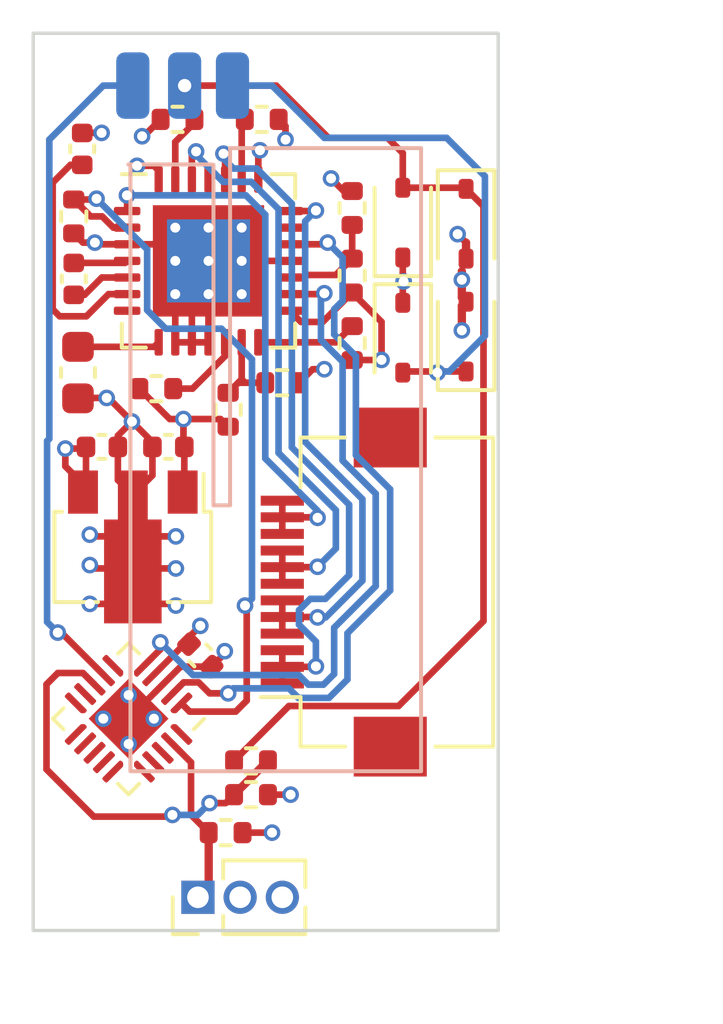
<source format=kicad_pcb>
(kicad_pcb (version 20221018) (generator pcbnew)
  (layers (0 "F.Cu" signal) (1 "In1.Cu" signal) (2 "In2.Cu" signal) (31 "B.Cu" signal) (34 "B.Paste" user) (35 "F.Paste" user) (36 "B.SilkS" user "B.Silkscreen") (37 "F.SilkS" user "F.Silkscreen") (38 "B.Mask" user) (39 "F.Mask" user) (44 "Edge.Cuts" user))
  (net 0 "")
  (net 1 "GND")
  (net 2 "VCC")
  (net 3 "+5V")
  (net 4 "/SIG")
  (net 5 "/attiny/UPDI")
  (net 6 "/A")
  (net 7 "/B")
  (net 8 "/C")
  (net 9 "/D")
  (net 10 "Net-(U401-CP2)")
  (net 11 "Net-(U401-CP1)")
  (net 12 "Net-(U401-Vreg)")
  (net 13 "Net-(U401-VCP)")
  (net 14 "/a4988/~{ENABLE}")
  (net 15 "Net-(U401-~{SLEEP})")
  (net 16 "Net-(U401-~{RESET})")
  (net 17 "Net-(U401-SENSE1)")
  (net 18 "Net-(U401-SENSE2)")
  (net 19 "Net-(U401-ROSC)")
  (net 32 "/a4988/STEP")
  (net 33 "Net-(U401-REF)")
  (net 34 "/a4988/DIR")
  (net 38 "/DCC_A")
  (net 39 "/DCC_B")
  (net 40 "/DCC/DCC_TTL")
  (footprint "Diode_SMD:D_SOD-323" (layer "F.Cu") (at 63.627 44.162 -90)
    (fp_text reference "D303" hide)
    (fp_text value "1N4148WS")
    (pad "1" smd roundrect (at -1.05 0 270) (size 0.6 0.45) (layers "F.Cu" "F.Paste" "F.Mask") (net 2 "VCC"))
    (pad "2" smd roundrect (at 1.05 0 270) (size 0.6 0.45) (layers "F.Cu" "F.Paste" "F.Mask") (net 39 "/DCC_B"))
  )
  (footprint "MountingHole:MountingHole_2.2mm_M2" (layer "F.Cu") (at 54.865 60.198)
    (fp_text reference "REF**" hide)
    (fp_text value "MountingHole_2.2mm_M2")
    (pad "" np_thru_hole circle (at 0 0) (size 2.2 2.2) (drill 2.2) (layers "F&B.Cu" "*.Mask"))
  )
  (footprint "Resistor_SMD:R_0402_1005Metric" (layer "F.Cu") (at 62.103 42.291 90)
    (fp_text reference "R403" hide)
    (fp_text value "R_Small")
    (pad "1" smd roundrect (at -0.51 0 90) (size 0.54 0.64) (layers "F.Cu" "F.Paste" "F.Mask") (net 3 "+5V"))
    (pad "2" smd roundrect (at 0.51 0 90) (size 0.54 0.64) (layers "F.Cu" "F.Paste" "F.Mask") (net 33 "Net-(U401-REF)"))
  )
  (footprint "Resistor_SMD:R_0402_1005Metric" (layer "F.Cu") (at 59.38 37.592)
    (fp_text reference "R406" hide)
    (fp_text value "1R")
    (pad "1" smd roundrect (at -0.51 0) (size 0.54 0.64) (layers "F.Cu" "F.Paste" "F.Mask") (net 17 "Net-(U401-SENSE1)"))
    (pad "2" smd roundrect (at 0.51 0) (size 0.54 0.64) (layers "F.Cu" "F.Paste" "F.Mask") (net 1 "GND"))
  )
  (footprint "custom_kicad_lib_sk:a4988" (layer "F.Cu") (at 57.777 41.8505)
    (fp_text reference "U401" hide)
    (fp_text value "~")
    (pad "1" smd roundrect (at -2.45 -1.5) (size 0.8 0.25) (layers "F.Cu" "F.Paste" "F.Mask") (net 9 "/D"))
    (pad "2" smd roundrect (at -2.45 -1) (size 0.8 0.25) (layers "F.Cu" "F.Paste" "F.Mask") (net 14 "/a4988/~{ENABLE}"))
    (pad "3" smd roundrect (at -2.45 -0.5) (size 0.8 0.25) (layers "F.Cu" "F.Paste" "F.Mask") (net 1 "GND"))
    (pad "4" smd roundrect (at -2.45 0) (size 0.8 0.25) (layers "F.Cu" "F.Paste" "F.Mask") (net 11 "Net-(U401-CP1)"))
    (pad "5" smd roundrect (at -2.45 0.5) (size 0.8 0.25) (layers "F.Cu" "F.Paste" "F.Mask") (net 10 "Net-(U401-CP2)"))
    (pad "6" smd roundrect (at -2.45 1) (size 0.8 0.25) (layers "F.Cu" "F.Paste" "F.Mask") (net 13 "Net-(U401-VCP)"))
    (pad "7" smd roundrect (at -2.45 1.5) (size 0.8 0.25) (layers "F.Cu" "F.Paste" "F.Mask"))
    (pad "8" smd roundrect (at -1.5 2.45) (size 0.25 0.8) (layers "F.Cu" "F.Paste" "F.Mask") (net 12 "Net-(U401-Vreg)"))
    (pad "9" smd roundrect (at -1 2.45) (size 0.25 0.8) (layers "F.Cu" "F.Paste" "F.Mask") (net 1 "GND"))
    (pad "10" smd roundrect (at -0.5 2.45) (size 0.25 0.8) (layers "F.Cu" "F.Paste" "F.Mask") (net 1 "GND"))
    (pad "11" smd roundrect (at 0 2.45) (size 0.25 0.8) (layers "F.Cu" "F.Paste" "F.Mask") (net 1 "GND"))
    (pad "12" smd roundrect (at 0.5 2.45) (size 0.25 0.8) (layers "F.Cu" "F.Paste" "F.Mask") (net 16 "Net-(U401-~{RESET})"))
    (pad "13" smd roundrect (at 1 2.45) (size 0.25 0.8) (layers "F.Cu" "F.Paste" "F.Mask") (net 19 "Net-(U401-ROSC)"))
    (pad "14" smd roundrect (at 1.5 2.45) (size 0.25 0.8) (layers "F.Cu" "F.Paste" "F.Mask") (net 15 "Net-(U401-~{SLEEP})"))
    (pad "15" smd roundrect (at 2.45 1.5) (size 0.8 0.25) (layers "F.Cu" "F.Paste" "F.Mask") (net 3 "+5V"))
    (pad "16" smd roundrect (at 2.45 1) (size 0.8 0.25) (layers "F.Cu" "F.Paste" "F.Mask") (net 32 "/a4988/STEP"))
    (pad "17" smd roundrect (at 2.45 0.5) (size 0.8 0.25) (layers "F.Cu" "F.Paste" "F.Mask") (net 33 "Net-(U401-REF)"))
    (pad "18" smd roundrect (at 2.45 0) (size 0.8 0.25) (layers "F.Cu" "F.Paste" "F.Mask") (net 1 "GND"))
    (pad "19" smd roundrect (at 2.45 -0.5) (size 0.8 0.25) (layers "F.Cu" "F.Paste" "F.Mask") (net 34 "/a4988/DIR"))
    (pad "20" smd roundrect (at 2.45 -1) (size 0.8 0.25) (layers "F.Cu" "F.Paste" "F.Mask"))
    (pad "21" smd roundrect (at 2.45 -1.5) (size 0.8 0.25) (layers "F.Cu" "F.Paste" "F.Mask") (net 7 "/B"))
    (pad "22" smd roundrect (at 1.5 -2.45) (size 0.25 0.8) (layers "F.Cu" "F.Paste" "F.Mask") (net 2 "VCC"))
    (pad "23" smd roundrect (at 1 -2.45) (size 0.25 0.8) (layers "F.Cu" "F.Paste" "F.Mask") (net 17 "Net-(U401-SENSE1)"))
    (pad "24" smd roundrect (at 0.5 -2.45) (size 0.25 0.8) (layers "F.Cu" "F.Paste" "F.Mask") (net 6 "/A"))
    (pad "25" smd roundrect (at 0 -2.45) (size 0.25 0.8) (layers "F.Cu" "F.Paste" "F.Mask"))
    (pad "26" smd roundrect (at -0.5 -2.45) (size 0.25 0.8) (layers "F.Cu" "F.Paste" "F.Mask") (net 8 "/C"))
    (pad "27" smd roundrect (at -1 -2.45) (size 0.25 0.8) (layers "F.Cu" "F.Paste" "F.Mask") (net 18 "Net-(U401-SENSE2)"))
    (pad "28" smd roundrect (at -1.5 -2.45) (size 0.25 0.8) (layers "F.Cu" "F.Paste" "F.Mask") (net 2 "VCC"))
    (pad "29" thru_hole circle (at -1 -1) (size 0.5 0.5) (drill 0.3) (layers "*.Cu") (net 1 "GND"))
    (pad "29" thru_hole circle (at -1 0) (size 0.5 0.5) (drill 0.3) (layers "*.Cu") (net 1 "GND"))
    (pad "29" thru_hole circle (at -1 1) (size 0.5 0.5) (drill 0.3) (layers "*.Cu") (net 1 "GND"))
    (pad "29" thru_hole circle (at 0 -1) (size 0.5 0.5) (drill 0.3) (layers "*.Cu") (net 1 "GND"))
    (pad "29" thru_hole circle (at 0 0) (size 0.5 0.5) (drill 0.3) (layers "*.Cu") (net 1 "GND"))
    (pad "29" smd rect (at 0 0) (size 2.5 2.5) (layers "B.Cu") (net 1 "GND"))
    (pad "29" smd rect (at 0 0) (size 3.35 3.35) (layers "F.Cu" "F.Mask") (net 1 "GND"))
    (pad "29" thru_hole circle (at 0 1) (size 0.5 0.5) (drill 0.3) (layers "*.Cu") (net 1 "GND"))
    (pad "29" thru_hole circle (at 1 -1) (size 0.5 0.5) (drill 0.3) (layers "*.Cu") (net 1 "GND"))
    (pad "29" thru_hole circle (at 1 0) (size 0.5 0.5) (drill 0.3) (layers "*.Cu") (net 1 "GND"))
    (pad "29" thru_hole circle (at 1 1) (size 0.5 0.5) (drill 0.3) (layers "*.Cu") (net 1 "GND"))
  )
  (footprint "Resistor_SMD:R_0402_1005Metric" (layer "F.Cu") (at 56.8452 37.592 180)
    (fp_text reference "R407" hide)
    (fp_text value "1R")
    (pad "1" smd roundrect (at -0.51 0 180) (size 0.54 0.64) (layers "F.Cu" "F.Paste" "F.Mask") (net 18 "Net-(U401-SENSE2)"))
    (pad "2" smd roundrect (at 0.51 0 180) (size 0.54 0.64) (layers "F.Cu" "F.Paste" "F.Mask") (net 1 "GND"))
  )
  (footprint "Capacitor_SMD:C_0603_1608Metric" (layer "F.Cu") (at 53.848 45.212 -90)
    (fp_text reference "C402" hide)
    (fp_text value "220nF")
    (pad "1" smd roundrect (at -0.775 0 270) (size 0.9 0.95) (layers "F.Cu" "F.Paste" "F.Mask") (net 12 "Net-(U401-Vreg)"))
    (pad "2" smd roundrect (at 0.775 0 270) (size 0.9 0.95) (layers "F.Cu" "F.Paste" "F.Mask") (net 1 "GND"))
  )
  (footprint "custom_kicad_lib_sk:VQFN-20-1EP_3x3mm_P0.4mm_EP1.7x1.7mm" (layer "F.Cu") (at 55.372 55.626 -135)
    (fp_text reference "U201" hide)
    (fp_text value "ATtiny1616-M")
    (pad "1" smd custom (at -1.45 -0.8 225) (size 0.143431 0.143431) (layers "F.Cu" "F.Paste" "F.Mask") (net 14 "/a4988/~{ENABLE}") (options (clearance outline) (anchor circle)) (primitives (gr_poly (pts (xy 0.35 0.000711) (xy 0.35 0.05) (xy -0.35 0.05) (xy -0.35 -0.05) (xy 0.299289 -0.05)) (width 0.1) (fill yes))))
    (pad "2" smd roundrect (at -1.45 -0.4 225) (size 0.8 0.2) (layers "F.Cu" "F.Paste" "F.Mask") (net 34 "/a4988/DIR"))
    (pad "3" smd roundrect (at -1.45 0 225) (size 0.8 0.2) (layers "F.Cu" "F.Paste" "F.Mask") (net 1 "GND"))
    (pad "4" smd roundrect (at -1.45 0.4 225) (size 0.8 0.2) (layers "F.Cu" "F.Paste" "F.Mask") (net 3 "+5V"))
    (pad "5" smd custom (at -1.45 0.8 225) (size 0.143431 0.143431) (layers "F.Cu" "F.Paste" "F.Mask") (net 32 "/a4988/STEP") (options (clearance outline) (anchor circle)) (primitives (gr_poly (pts (xy 0.35 -0.000711) (xy 0.299289 0.05) (xy -0.35 0.05) (xy -0.35 -0.05) (xy 0.35 -0.05)) (width 0.1) (fill yes))))
    (pad "6" smd custom (at -0.8 1.45 225) (size 0.143431 0.143431) (layers "F.Cu" "F.Paste" "F.Mask") (options (clearance outline) (anchor circle)) (primitives (gr_poly (pts (xy 0.05 0.35) (xy -0.05 0.35) (xy -0.05 -0.299289) (xy 0.000711 -0.35) (xy 0.05 -0.35)) (width 0.1) (fill yes))))
    (pad "7" smd roundrect (at -0.4 1.45 225) (size 0.2 0.8) (layers "F.Cu" "F.Paste" "F.Mask") (net 4 "/SIG"))
    (pad "8" smd roundrect (at 0 1.45 225) (size 0.2 0.8) (layers "F.Cu" "F.Paste" "F.Mask") (net 40 "/DCC/DCC_TTL"))
    (pad "9" smd roundrect (at 0.4 1.45 225) (size 0.2 0.8) (layers "F.Cu" "F.Paste" "F.Mask"))
    (pad "10" smd custom (at 0.8 1.45 225) (size 0.143431 0.143431) (layers "F.Cu" "F.Paste" "F.Mask") (options (clearance outline) (anchor circle)) (primitives (gr_poly (pts (xy 0.05 -0.299289) (xy 0.05 0.35) (xy -0.05 0.35) (xy -0.05 -0.35) (xy -0.000711 -0.35)) (width 0.1) (fill yes))))
    (pad "11" smd custom (at 1.45 0.8 225) (size 0.143431 0.143431) (layers "F.Cu" "F.Paste" "F.Mask") (options (clearance outline) (anchor circle)) (primitives (gr_poly (pts (xy 0.35 0.05) (xy -0.299289 0.05) (xy -0.35 -0.000711) (xy -0.35 -0.05) (xy 0.35 -0.05)) (width 0.1) (fill yes))))
    (pad "12" smd roundrect (at 1.45 0.4 225) (size 0.8 0.2) (layers "F.Cu" "F.Paste" "F.Mask"))
    (pad "13" smd roundrect (at 1.45 0 225) (size 0.8 0.2) (layers "F.Cu" "F.Paste" "F.Mask"))
    (pad "14" smd roundrect (at 1.45 -0.4 225) (size 0.8 0.2) (layers "F.Cu" "F.Paste" "F.Mask"))
    (pad "15" smd custom (at 1.45 -0.8 225) (size 0.143431 0.143431) (layers "F.Cu" "F.Paste" "F.Mask") (options (clearance outline) (anchor circle)) (primitives (gr_poly (pts (xy 0.35 0.05) (xy -0.35 0.05) (xy -0.35 0.000711) (xy -0.299289 -0.05) (xy 0.35 -0.05)) (width 0.1) (fill yes))))
    (pad "16" smd custom (at 0.8 -1.45 225) (size 0.143431 0.143431) (layers "F.Cu" "F.Paste" "F.Mask") (options (clearance outline) (anchor circle)) (primitives (gr_poly (pts (xy 0.05 0.299289) (xy -0.000711 0.35) (xy -0.05 0.35) (xy -0.05 -0.35) (xy 0.05 -0.35)) (width 0.1) (fill yes))))
    (pad "17" smd roundrect (at 0.4 -1.45 225) (size 0.2 0.8) (layers "F.Cu" "F.Paste" "F.Mask"))
    (pad "18" smd roundrect (at 0 -1.45 225) (size 0.2 0.8) (layers "F.Cu" "F.Paste" "F.Mask"))
    (pad "19" smd roundrect (at -0.4 -1.45 225) (size 0.2 0.8) (layers "F.Cu" "F.Paste" "F.Mask") (net 5 "/attiny/UPDI"))
    (pad "20" smd custom (at -0.8 -1.45 225) (size 0.143431 0.143431) (layers "F.Cu" "F.Paste" "F.Mask") (options (clearance outline) (anchor circle)) (primitives (gr_poly (pts (xy 0.05 0.35) (xy 0.000711 0.35) (xy -0.05 0.299289) (xy -0.05 -0.35) (xy 0.05 -0.35)) (width 0.1) (fill yes))))
    (pad "21" smd rect (at 0 0 225) (size 1.7 1.7) (layers "F.Cu" "F.Mask") (net 1 "GND"))
  )
  (footprint "Resistor_SMD:R_0402_1005Metric" (layer "F.Cu") (at 59.057 57.912)
    (fp_text reference "R302" hide)
    (fp_text value "10k")
    (pad "1" smd roundrect (at -0.51 0) (size 0.54 0.64) (layers "F.Cu" "F.Paste" "F.Mask") (net 40 "/DCC/DCC_TTL"))
    (pad "2" smd roundrect (at 0.51 0) (size 0.54 0.64) (layers "F.Cu" "F.Paste" "F.Mask") (net 1 "GND"))
  )
  (footprint "Connector_PinHeader_1.27mm:PinHeader_1x03_P1.27mm_Vertical" (layer "F.Cu") (at 57.46 61 90)
    (fp_text reference "J201" hide)
    (fp_text value "Conn_01x03_Pin")
    (pad "1" thru_hole rect (at 0 0 90) (size 1 1) (drill 0.65) (layers "*.Cu" "*.Mask") (net 5 "/attiny/UPDI"))
    (pad "2" thru_hole oval (at 0 1.27 90) (size 1 1) (drill 0.65) (layers "*.Cu" "*.Mask") (net 3 "+5V"))
    (pad "3" thru_hole oval (at 0 2.54 90) (size 1 1) (drill 0.65) (layers "*.Cu" "*.Mask") (net 1 "GND"))
  )
  (footprint "Resistor_SMD:R_0402_1005Metric" (layer "F.Cu") (at 58.293 59.055 180)
    (fp_text reference "R201" hide)
    (fp_text value "R")
    (pad "1" smd roundrect (at -0.51 0 180) (size 0.54 0.64) (layers "F.Cu" "F.Paste" "F.Mask") (net 3 "+5V"))
    (pad "2" smd roundrect (at 0.51 0 180) (size 0.54 0.64) (layers "F.Cu" "F.Paste" "F.Mask") (net 5 "/attiny/UPDI"))
  )
  (footprint "Capacitor_SMD:C_0402_1005Metric" (layer "F.Cu") (at 53.975 38.481 -90)
    (fp_text reference "C403" hide)
    (fp_text value "100nF")
    (pad "1" smd roundrect (at -0.48 0 270) (size 0.56 0.62) (layers "F.Cu" "F.Paste" "F.Mask") (net 2 "VCC"))
    (pad "2" smd roundrect (at 0.48 0 270) (size 0.56 0.62) (layers "F.Cu" "F.Paste" "F.Mask") (net 13 "Net-(U401-VCP)"))
  )
  (footprint "Capacitor_SMD:C_0402_1005Metric" (layer "F.Cu") (at 57.531 53.721 135)
    (fp_text reference "C201" hide)
    (fp_text value "100nF")
    (pad "1" smd roundrect (at -0.48 0 135) (size 0.56 0.62) (layers "F.Cu" "F.Paste" "F.Mask") (net 1 "GND"))
    (pad "2" smd roundrect (at 0.48 0 135) (size 0.56 0.62) (layers "F.Cu" "F.Paste" "F.Mask") (net 3 "+5V"))
  )
  (footprint "Resistor_SMD:R_0402_1005Metric" (layer "F.Cu") (at 56.205 45.694)
    (fp_text reference "R405" hide)
    (fp_text value "100k")
    (pad "1" smd roundrect (at -0.51 0) (size 0.54 0.64) (layers "F.Cu" "F.Paste" "F.Mask") (net 3 "+5V"))
    (pad "2" smd roundrect (at 0.51 0) (size 0.54 0.64) (layers "F.Cu" "F.Paste" "F.Mask") (net 16 "Net-(U401-~{RESET})"))
  )
  (footprint "Diode_SMD:D_SOD-323" (layer "F.Cu") (at 65.532 40.733 -90)
    (fp_text reference "D302" hide)
    (fp_text value "1N4148WS")
    (pad "1" smd roundrect (at -1.05 0 270) (size 0.6 0.45) (layers "F.Cu" "F.Paste" "F.Mask") (net 38 "/DCC_A"))
    (pad "2" smd roundrect (at 1.05 0 270) (size 0.6 0.45) (layers "F.Cu" "F.Paste" "F.Mask") (net 1 "GND"))
  )
  (footprint "Capacitor_SMD:C_0402_1005Metric" (layer "F.Cu") (at 53.721 42.392 90)
    (fp_text reference "C401" hide)
    (fp_text value "100nF")
    (pad "1" smd roundrect (at -0.48 0 90) (size 0.56 0.62) (layers "F.Cu" "F.Paste" "F.Mask") (net 10 "Net-(U401-CP2)"))
    (pad "2" smd roundrect (at 0.48 0 90) (size 0.56 0.62) (layers "F.Cu" "F.Paste" "F.Mask") (net 11 "Net-(U401-CP1)"))
  )
  (footprint "Connector_FFC-FPC:Hirose_FH12-12S-0.5SH_1x12-1MP_P0.50mm_Horizontal" (layer "F.Cu") (at 61.849 51.816 90)
    (fp_text reference "J108" hide)
    (fp_text value "FFC")
    (pad "1" smd rect (at -2.75 -1.85 90) (size 0.3 1.3) (layers "F.Cu" "F.Paste" "F.Mask") (net 6 "/A"))
    (pad "2" smd rect (at -2.25 -1.85 90) (size 0.3 1.3) (layers "F.Cu" "F.Paste" "F.Mask") (net 6 "/A"))
    (pad "3" smd rect (at -1.75 -1.85 90) (size 0.3 1.3) (layers "F.Cu" "F.Paste" "F.Mask") (net 6 "/A"))
    (pad "4" smd rect (at -1.25 -1.85 90) (size 0.3 1.3) (layers "F.Cu" "F.Paste" "F.Mask") (net 7 "/B"))
    (pad "5" smd rect (at -0.75 -1.85 90) (size 0.3 1.3) (layers "F.Cu" "F.Paste" "F.Mask") (net 7 "/B"))
    (pad "6" smd rect (at -0.25 -1.85 90) (size 0.3 1.3) (layers "F.Cu" "F.Paste" "F.Mask") (net 7 "/B"))
    (pad "7" smd rect (at 0.25 -1.85 90) (size 0.3 1.3) (layers "F.Cu" "F.Paste" "F.Mask") (net 8 "/C"))
    (pad "8" smd rect (at 0.75 -1.85 90) (size 0.3 1.3) (layers "F.Cu" "F.Paste" "F.Mask") (net 8 "/C"))
    (pad "9" smd rect (at 1.25 -1.85 90) (size 0.3 1.3) (layers "F.Cu" "F.Paste" "F.Mask") (net 8 "/C"))
    (pad "10" smd rect (at 1.75 -1.85 90) (size 0.3 1.3) (layers "F.Cu" "F.Paste" "F.Mask") (net 9 "/D"))
    (pad "11" smd rect (at 2.25 -1.85 90) (size 0.3 1.3) (layers "F.Cu" "F.Paste" "F.Mask") (net 9 "/D"))
    (pad "12" smd rect (at 2.75 -1.85 90) (size 0.3 1.3) (layers "F.Cu" "F.Paste" "F.Mask") (net 9 "/D"))
    (pad "MP" smd rect (at -4.65 1.4 90) (size 1.8 2.2) (layers "F.Cu" "F.Paste" "F.Mask"))
    (pad "MP" smd rect (at 4.65 1.4 90) (size 1.8 2.2) (layers "F.Cu" "F.Paste" "F.Mask"))
  )
  (footprint "Diode_SMD:D_SOD-323" (layer "F.Cu") (at 65.532 44.128 90)
    (fp_text reference "D304" hide)
    (fp_text value "1N4148WS")
    (pad "1" smd roundrect (at -1.05 0 90) (size 0.6 0.45) (layers "F.Cu" "F.Paste" "F.Mask") (net 39 "/DCC_B"))
    (pad "2" smd roundrect (at 1.05 0 90) (size 0.6 0.45) (layers "F.Cu" "F.Paste" "F.Mask") (net 1 "GND"))
  )
  (footprint "Resistor_SMD:R_0402_1005Metric" (layer "F.Cu") (at 59.9968 45.5168)
    (fp_text reference "R409" hide)
    (fp_text value "10k")
    (pad "1" smd roundrect (at -0.51 0) (size 0.54 0.64) (layers "F.Cu" "F.Paste" "F.Mask") (net 19 "Net-(U401-ROSC)"))
    (pad "2" smd roundrect (at 0.51 0) (size 0.54 0.64) (layers "F.Cu" "F.Paste" "F.Mask") (net 1 "GND"))
  )
  (footprint "Package_TO_SOT_SMD:SOT-89-3" (layer "F.Cu") (at 55.499 50.7575 -90)
    (fp_text reference "U301" hide)
    (fp_text value "L78L05_SOT89")
    (pad "1" smd rect (at -1.95 -1.5 270) (size 1.3 0.9) (layers "F.Cu" "F.Paste" "F.Mask") (net 3 "+5V"))
    (pad "2" smd custom (at -1.8625 0 270) (size 1.475 0.9) (layers "F.Cu" "F.Paste" "F.Mask") (net 1 "GND") (options (clearance outline) (anchor rect)) (primitives (gr_poly (pts (xy 3.8625 0.8665) (xy 0.7375 0.8665) (xy 0.7375 -0.8665) (xy 3.8625 -0.8665)) (width 0) (fill yes))))
    (pad "3" smd rect (at -1.95 1.5 270) (size 1.3 0.9) (layers "F.Cu" "F.Paste" "F.Mask") (net 2 "VCC"))
  )
  (footprint "Resistor_SMD:R_0402_1005Metric" (layer "F.Cu") (at 58.3692 46.3296 90)
    (fp_text reference "R408" hide)
    (fp_text value "R_Small")
    (pad "1" smd roundrect (at -0.51 0 90) (size 0.54 0.64) (layers "F.Cu" "F.Paste" "F.Mask") (net 3 "+5V"))
    (pad "2" smd roundrect (at 0.51 0 90) (size 0.54 0.64) (layers "F.Cu" "F.Paste" "F.Mask") (net 19 "Net-(U401-ROSC)"))
  )
  (footprint "MountingHole:MountingHole_2.2mm_M2" (layer "F.Cu") (at 62.865 60.198)
    (fp_text reference "REF**" hide)
    (fp_text value "MountingHole_2.2mm_M2")
    (pad "" np_thru_hole circle (at 0 0) (size 2.2 2.2) (drill 2.2) (layers "F&B.Cu" "*.Mask"))
  )
  (footprint "Capacitor_SMD:C_0402_1005Metric" (layer "F.Cu") (at 56.569 47.4475 180)
    (fp_text reference "C302" hide)
    (fp_text value "100nF")
    (pad "1" smd roundrect (at -0.48 0 180) (size 0.56 0.62) (layers "F.Cu" "F.Paste" "F.Mask") (net 3 "+5V"))
    (pad "2" smd roundrect (at 0.48 0 180) (size 0.56 0.62) (layers "F.Cu" "F.Paste" "F.Mask") (net 1 "GND"))
  )
  (footprint "MountingHole:MountingHole_2.2mm_M2" (layer "F.Cu") (at 62.365 36.698)
    (fp_text reference "REF**" hide)
    (fp_text value "MountingHole_2.2mm_M2")
    (pad "" np_thru_hole circle (at 0 0) (size 2.2 2.2) (drill 2.2) (layers "F&B.Cu" "*.Mask"))
  )
  (footprint "Resistor_SMD:R_0402_1005Metric" (layer "F.Cu") (at 59.057 56.896)
    (fp_text reference "R301" hide)
    (fp_text value "26k")
    (pad "1" smd roundrect (at -0.51 0) (size 0.54 0.64) (layers "F.Cu" "F.Paste" "F.Mask") (net 38 "/DCC_A"))
    (pad "2" smd roundrect (at 0.51 0) (size 0.54 0.64) (layers "F.Cu" "F.Paste" "F.Mask") (net 40 "/DCC/DCC_TTL"))
  )
  (footprint "Resistor_SMD:R_0402_1005Metric" (layer "F.Cu") (at 62.103 40.259 90)
    (fp_text reference "R404" hide)
    (fp_text value "R_Small")
    (pad "1" smd roundrect (at -0.51 0 90) (size 0.54 0.64) (layers "F.Cu" "F.Paste" "F.Mask") (net 33 "Net-(U401-REF)"))
    (pad "2" smd roundrect (at 0.51 0 90) (size 0.54 0.64) (layers "F.Cu" "F.Paste" "F.Mask") (net 1 "GND"))
  )
  (footprint "Diode_SMD:D_SOD-323" (layer "F.Cu") (at 63.627 40.699 90)
    (fp_text reference "D301" hide)
    (fp_text value "1N4148WS")
    (pad "1" smd roundrect (at -1.05 0 90) (size 0.6 0.45) (layers "F.Cu" "F.Paste" "F.Mask") (net 2 "VCC"))
    (pad "2" smd roundrect (at 1.05 0 90) (size 0.6 0.45) (layers "F.Cu" "F.Paste" "F.Mask") (net 38 "/DCC_A"))
  )
  (footprint "Capacitor_SMD:C_0402_1005Metric" (layer "F.Cu") (at 54.569 47.4475)
    (fp_text reference "C301" hide)
    (fp_text value "330nF")
    (pad "1" smd roundrect (at -0.48 0) (size 0.56 0.62) (layers "F.Cu" "F.Paste" "F.Mask") (net 2 "VCC"))
    (pad "2" smd roundrect (at 0.48 0) (size 0.56 0.62) (layers "F.Cu" "F.Paste" "F.Mask") (net 1 "GND"))
  )
  (footprint "Resistor_SMD:R_0402_1005Metric" (layer "F.Cu") (at 62.103 44.323 90)
    (fp_text reference "R402" hide)
    (fp_text value "100k")
    (pad "1" smd roundrect (at -0.51 0 90) (size 0.54 0.64) (layers "F.Cu" "F.Paste" "F.Mask") (net 3 "+5V"))
    (pad "2" smd roundrect (at 0.51 0 90) (size 0.54 0.64) (layers "F.Cu" "F.Paste" "F.Mask") (net 15 "Net-(U401-~{SLEEP})"))
  )
  (footprint "Resistor_SMD:R_0402_1005Metric" (layer "F.Cu") (at 53.721 40.513 -90)
    (fp_text reference "R401" hide)
    (fp_text value "100k")
    (pad "1" smd roundrect (at -0.51 0 270) (size 0.54 0.64) (layers "F.Cu" "F.Paste" "F.Mask") (net 14 "/a4988/~{ENABLE}"))
    (pad "2" smd roundrect (at 0.51 0 270) (size 0.54 0.64) (layers "F.Cu" "F.Paste" "F.Mask") (net 1 "GND"))
  )
  (footprint "Connector_Wire:SolderWirePad_1x01_SMD_1x2mm" (layer "B.Cu") (at 58.499 36.576)
    (fp_text reference "J103" hide)
    (fp_text value "Conn_01x01_Pin")
    (pad "1" smd roundrect (at 0 0) (size 1 2) (layers "B.Cu" "B.Paste" "B.Mask") (net 39 "/DCC_B"))
  )
  (footprint "Connector_Wire:SolderWirePad_1x01_SMD_1x2mm" (layer "B.Cu") (at 57.059 36.576)
    (fp_text reference "J102" hide)
    (fp_text value "Conn_01x01_Pin")
    (pad "1" smd roundrect (at 0 0) (size 1 2) (layers "B.Cu" "B.Paste" "B.Mask") (net 38 "/DCC_A"))
  )
  (footprint "Connector_Wire:SolderWirePad_1x01_SMD_1x2mm" (layer "B.Cu") (at 55.499 36.576)
    (fp_text reference "J101" hide)
    (fp_text value "Conn_01x01_Pin")
    (pad "1" smd roundrect (at 0 0) (size 1 2) (layers "B.Cu" "B.Paste" "B.Mask") (net 4 "/SIG"))
  )
  (gr_line (start 55.427 38.957) (end 55.427 57.207) (stroke (width 0.12)) (layer "B.SilkS"))
  (gr_line (start 57.865 38.948) (end 55.365 38.948) (stroke (width 0.12)) (layer "B.SilkS"))
  (gr_line (start 64.177 38.457) (end 58.427 38.457) (stroke (width 0.12)) (layer "B.SilkS"))
  (gr_line (start 64.177 57.207) (end 64.177 38.457) (stroke (width 0.12)) (layer "B.SilkS"))
  (gr_line (start 57.927 49.207) (end 57.927 38.957) (stroke (width 0.12)) (layer "B.SilkS"))
  (gr_line (start 58.427 49.207) (end 57.927 49.207) (stroke (width 0.12)) (layer "B.SilkS"))
  (gr_line (start 58.427 38.457) (end 58.427 49.207) (stroke (width 0.12)) (layer "B.SilkS"))
  (gr_line (start 55.427 57.207) (end 64.177 57.207) (stroke (width 0.12)) (layer "B.SilkS"))
  (gr_rect (start 52.5 35) (end 66.5 62) (stroke (width 0.1)) (fill none) (layer "Edge.Cuts"))
  (segment (start 57.777 44.3005) (end 57.777 42.8505) (width 0.2) (layer "F.Cu") (net 1))
  (segment (start 58.2676 53.663222) (end 57.870411 54.060411) (width 0.2) (layer "F.Cu") (net 1))
  (segment (start 56.7944 51.1048) (end 54.3052 51.1048) (width 0.2) (layer "F.Cu") (net 1))
  (segment (start 61.847 39.749) (end 61.468 39.37) (width 0.2) (layer "F.Cu") (net 1))
  (segment (start 55.327 41.3505) (end 56.277 41.3505) (width 0.2) (layer "F.Cu") (net 1))
  (segment (start 56.277 41.3505) (end 56.777 41.8505) (width 0.2) (layer "F.Cu") (net 1))
  (segment (start 65.532 41.783) (end 65.532 41.3004) (width 0.25) (layer "F.Cu") (net 1))
  (segment (start 58.2676 53.594) (end 58.2676 53.663222) (width 0.2) (layer "F.Cu") (net 1))
  (segment (start 59.567 57.912) (end 60.2488 57.912) (width 0.2) (layer "F.Cu") (net 1))
  (segment (start 54.7116 45.974) (end 53.861 45.974) (width 0.2) (layer "F.Cu") (net 1))
  (segment (start 56.089 47.3006) (end 55.4736 46.6852) (width 0.2) (layer "F.Cu") (net 1))
  (segment (start 55.049 47.4475) (end 55.049 47.1098) (width 0.2) (layer "F.Cu") (net 1))
  (segment (start 65.532 41.3004) (end 65.278 41.0464) (width 0.2) (layer "F.Cu") (net 1))
  (segment (start 60.0964 37.7984) (end 59.89 37.592) (width 0.2) (layer "F.Cu") (net 1))
  (segment (start 53.9984 41.3004) (end 53.721 41.023) (width 0.2) (layer "F.Cu") (net 1))
  (segment (start 55.049 47.1098) (end 55.4736 46.6852) (width 0.2) (layer "F.Cu") (net 1))
  (segment (start 56.397305 54.600695) (end 56.937589 54.060411) (width 0.2) (layer "F.Cu") (net 1))
  (segment (start 56.777 44.3005) (end 56.777 42.8505) (width 0.2) (layer "F.Cu") (net 1))
  (segment (start 57.7596 44.3179) (end 57.777 44.3005) (width 0.2) (layer "F.Cu") (net 1))
  (segment (start 60.227 41.8505) (end 58.777 41.8505) (width 0.2) (layer "F.Cu") (net 1))
  (segment (start 55.8272 38.1) (end 56.3352 37.592) (width 0.2) (layer "F.Cu") (net 1))
  (segment (start 65.405 42.164) (end 65.405 42.418) (width 0.25) (layer "F.Cu") (net 1))
  (segment (start 56.7436 52.1716) (end 56.7944 52.2224) (width 0.2) (layer "F.Cu") (net 1))
  (segment (start 54.2544 50.1396) (end 54.2036 50.0888) (width 0.2) (layer "F.Cu") (net 1))
  (segment (start 60.9132 45.1104) (end 60.5068 45.5168) (width 0.2) (layer "F.Cu") (net 1))
  (segment (start 65.405 43.205) (end 65.532 43.078) (width 0.25) (layer "F.Cu") (net 1))
  (segment (start 56.089 47.4475) (end 56.089 47.3006) (width 0.2) (layer "F.Cu") (net 1))
  (segment (start 56.7944 50.1396) (end 54.2544 50.1396) (width 0.2) (layer "F.Cu") (net 1))
  (segment (start 57.277 44.3005) (end 57.277 43.3505) (width 0.2) (layer "F.Cu") (net 1))
  (segment (start 65.405 42.418) (end 65.405 42.951) (width 0.25) (layer "F.Cu") (net 1))
  (segment (start 56.937589 54.060411) (end 57.870411 54.060411) (width 0.2) (layer "F.Cu") (net 1))
  (segment (start 54.356 41.3004) (end 53.9984 41.3004) (width 0.2) (layer "F.Cu") (net 1))
  (segment (start 65.405 43.942) (end 65.405 43.205) (width 0.25) (layer "F.Cu") (net 1))
  (segment (start 55.049 48.445) (end 55.499 48.895) (width 0.2) (layer "F.Cu") (net 1))
  (segment (start 56.397305 54.600695) (end 55.372 55.626) (width 0.2) (layer "F.Cu") (net 1))
  (segment (start 55.049 47.4475) (end 55.049 48.445) (width 0.2) (layer "F.Cu") (net 1))
  (segment (start 54.2036 52.1716) (end 56.7436 52.1716) (width 0.2) (layer "F.Cu") (net 1))
  (segment (start 61.2648 45.1104) (end 60.9132 45.1104) (width 0.2) (layer "F.Cu") (net 1))
  (segment (start 62.103 39.749) (end 61.847 39.749) (width 0.2) (layer "F.Cu") (net 1))
  (segment (start 54.4061 41.3505) (end 54.356 41.3004) (width 0.2) (layer "F.Cu") (net 1))
  (segment (start 54.3052 51.1048) (end 54.2036 51.0032) (width 0.2) (layer "F.Cu") (net 1))
  (segment (start 54.7624 45.974) (end 55.4736 46.6852) (width 0.2) (layer "F.Cu") (net 1))
  (segment (start 54.7116 45.974) (end 54.7624 45.974) (width 0.2) (layer "F.Cu") (net 1))
  (segment (start 65.405 42.951) (end 65.532 43.078) (width 0.25) (layer "F.Cu") (net 1))
  (segment (start 56.089 47.4475) (end 56.089 48.305) (width 0.2) (layer "F.Cu") (net 1))
  (segment (start 53.861 45.974) (end 53.848 45.987) (width 0.2) (layer "F.Cu") (net 1))
  (segment (start 57.777 44.3005) (end 56.777 44.3005) (width 0.2) (layer "F.Cu") (net 1))
  (segment (start 55.327 41.3505) (end 54.4061 41.3505) (width 0.2) (layer "F.Cu") (net 1))
  (segment (start 60.0964 38.2016) (end 60.0964 37.7984) (width 0.2) (layer "F.Cu") (net 1))
  (segment (start 56.089 48.305) (end 55.499 48.895) (width 0.2) (layer "F.Cu") (net 1))
  (segment (start 55.7784 38.1) (end 55.8272 38.1) (width 0.2) (layer "F.Cu") (net 1))
  (segment (start 57.277 43.3505) (end 57.777 42.8505) (width 0.2) (layer "F.Cu") (net 1))
  (via (at 54.2036 50.0888) (size 0.5) (drill 0.3) (layers "F.Cu" "B.Cu") (net 1))
  (via (at 54.2036 51.0032) (size 0.5) (drill 0.3) (layers "F.Cu" "B.Cu") (net 1))
  (via (at 60.2488 57.912) (size 0.5) (drill 0.3) (layers "F.Cu" "B.Cu") (net 1))
  (via (at 54.2036 52.1716) (size 0.5) (drill 0.3) (layers "F.Cu" "B.Cu") (net 1))
  (via (at 65.278 41.0464) (size 0.5) (drill 0.3) (layers "F.Cu" "B.Cu") (net 1))
  (via (at 56.7944 50.1396) (size 0.5) (drill 0.3) (layers "F.Cu" "B.Cu") (net 1))
  (via (at 55.7784 38.1) (size 0.5) (drill 0.3) (layers "F.Cu" "B.Cu") (net 1))
  (via (at 54.61 55.626) (size 0.5) (drill 0.3) (layers "F.Cu" "B.Cu") (net 1))
  (via (at 54.356 41.3004) (size 0.5) (drill 0.3) (layers "F.Cu" "B.Cu") (net 1))
  (via (at 61.2648 45.1104) (size 0.5) (drill 0.3) (layers "F.Cu" "B.Cu") (net 1))
  (via (at 60.0964 38.2016) (size 0.5) (drill 0.3) (layers "F.Cu" "B.Cu") (net 1))
  (via (at 58.2676 53.594) (size 0.5) (drill 0.3) (layers "F.Cu" "B.Cu") (net 1))
  (via (at 56.7944 51.1048) (size 0.5) (drill 0.3) (layers "F.Cu" "B.Cu") (net 1))
  (via (at 56.134 55.626) (size 0.5) (drill 0.3) (layers "F.Cu" "B.Cu") (net 1))
  (via (at 55.4736 46.6852) (size 0.5) (drill 0.3) (layers "F.Cu" "B.Cu") (net 1))
  (via (at 54.7116 45.974) (size 0.5) (drill 0.3) (layers "F.Cu" "B.Cu") (net 1))
  (via (at 55.372 56.388) (size 0.5) (drill 0.3) (layers "F.Cu" "B.Cu") (net 1))
  (via (at 61.468 39.37) (size 0.5) (drill 0.3) (layers "F.Cu" "B.Cu") (net 1))
  (via (at 56.7944 52.2224) (size 0.5) (drill 0.3) (layers "F.Cu" "B.Cu") (net 1))
  (via (at 65.405 42.418) (size 0.5) (drill 0.3) (layers "F.Cu" "B.Cu") (net 1))
  (via (at 55.372 54.9148) (size 0.5) (drill 0.3) (layers "F.Cu" "B.Cu") (net 1))
  (via (at 65.405 43.942) (size 0.5) (drill 0.3) (layers "F.Cu" "B.Cu") (net 1))
  (segment (start 63.6524 42.4688) (end 63.627 42.4434) (width 0.2) (layer "F.Cu") (net 2))
  (segment (start 53.467 47.498) (end 54.0385 47.498) (width 0.2) (layer "F.Cu") (net 2))
  (segment (start 56.134 38.989) (end 56.277 39.132) (width 0.2) (layer "F.Cu") (net 2))
  (segment (start 63.627 42.4942) (end 63.6524 42.4688) (width 0.2) (layer "F.Cu") (net 2))
  (segment (start 54.5592 37.9984) (end 53.9776 37.9984) (width 0.2) (layer "F.Cu") (net 2))
  (segment (start 53.467 48.0314) (end 53.999 48.5634) (width 0.2) (layer "F.Cu") (net 2))
  (segment (start 54.089 48.7175) (end 53.999 48.8075) (width 0.2) (layer "F.Cu") (net 2))
  (segment (start 53.999 48.5634) (end 53.999 48.8075) (width 0.2) (layer "F.Cu") (net 2))
  (segment (start 59.277 38.6654) (end 59.277 39.4005) (width 0.2) (layer "F.Cu") (net 2))
  (segment (start 54.089 47.4475) (end 54.089 48.7175) (width 0.2) (layer "F.Cu") (net 2))
  (segment (start 59.3265 38.6159) (end 59.277 38.6654) (width 0.2) (layer "F.Cu") (net 2))
  (segment (start 63.627 42.4434) (end 63.627 41.749) (width 0.2) (layer "F.Cu") (net 2))
  (segment (start 53.467 47.498) (end 53.467 48.0314) (width 0.2) (layer "F.Cu") (net 2))
  (segment (start 53.9776 37.9984) (end 53.975 38.001) (width 0.2) (layer "F.Cu") (net 2))
  (segment (start 56.277 39.132) (end 56.277 39.4005) (width 0.2) (layer "F.Cu") (net 2))
  (segment (start 63.627 43.112) (end 63.627 42.4942) (width 0.2) (layer "F.Cu") (net 2))
  (segment (start 59.3265 38.5221) (end 59.3265 38.6159) (width 0.2) (layer "F.Cu") (net 2))
  (segment (start 55.626 38.989) (end 56.134 38.989) (width 0.2) (layer "F.Cu") (net 2))
  (segment (start 54.0385 47.498) (end 54.089 47.4475) (width 0.2) (layer "F.Cu") (net 2))
  (via (at 55.626 38.989) (size 0.5) (drill 0.3) (layers "F.Cu" "B.Cu") (net 2))
  (via (at 54.5592 37.9984) (size 0.5) (drill 0.3) (layers "F.Cu" "B.Cu") (net 2))
  (via (at 59.3265 38.5221) (size 0.5) (drill 0.3) (layers "F.Cu" "B.Cu") (net 2))
  (via (at 63.6524 42.4688) (size 0.5) (drill 0.3) (layers "F.Cu" "B.Cu") (net 2))
  (via (at 53.467 47.498) (size 0.5) (drill 0.3) (layers "F.Cu" "B.Cu") (net 2))
  (segment (start 57.191589 53.381589) (end 57.191589 53.171411) (width 0.2) (layer "F.Cu") (net 3))
  (segment (start 62.987479 43.685479) (end 62.987479 44.829326) (width 0.2) (layer "F.Cu") (net 3))
  (segment (start 57.023 47.4215) (end 57.049 47.4475) (width 0.2) (layer "F.Cu") (net 3))
  (segment (start 57.191589 53.171411) (end 57.531 52.832) (width 0.2) (layer "F.Cu") (net 3))
  (segment (start 56.114462 54.317852) (end 57.050725 53.381589) (width 0.2) (layer "F.Cu") (net 3))
  (segment (start 61.087 43.688) (end 61.216 43.688) (width 0.2) (layer "F.Cu") (net 3))
  (segment (start 55.695 45.694) (end 56.61 46.609) (width 0.2) (layer "F.Cu") (net 3))
  (segment (start 61.216 43.688) (end 62.103 42.801) (width 0.2) (layer "F.Cu") (net 3))
  (segment (start 57.049 47.4475) (end 57.049 48.7575) (width 0.2) (layer "F.Cu") (net 3))
  (segment (start 60.5645 43.688) (end 60.227 43.3505) (width 0.2) (layer "F.Cu") (net 3))
  (segment (start 62.987479 44.829326) (end 62.983805 44.833) (width 0.2) (layer "F.Cu") (net 3))
  (segment (start 57.023 46.609) (end 57.023 47.4215) (width 0.2) (layer "F.Cu") (net 3))
  (segment (start 57.049 48.7575) (end 56.999 48.8075) (width 0.2) (layer "F.Cu") (net 3))
  (segment (start 57.050725 53.381589) (end 57.191589 53.381589) (width 0.2) (layer "F.Cu") (net 3))
  (segment (start 57.023 46.609) (end 58.1386 46.609) (width 0.2) (layer "F.Cu") (net 3))
  (segment (start 62.103 42.801) (end 62.987479 43.685479) (width 0.2) (layer "F.Cu") (net 3))
  (segment (start 58.1386 46.609) (end 58.3692 46.8396) (width 0.2) (layer "F.Cu") (net 3))
  (segment (start 61.087 43.688) (end 60.5645 43.688) (width 0.2) (layer "F.Cu") (net 3))
  (segment (start 62.983805 44.833) (end 62.103 44.833) (width 0.2) (layer "F.Cu") (net 3))
  (segment (start 56.61 46.609) (end 57.023 46.609) (width 0.2) (layer "F.Cu") (net 3))
  (segment (start 59.69 59.055) (end 58.803 59.055) (width 0.2) (layer "F.Cu") (net 3))
  (via (at 62.987479 44.829326) (size 0.5) (drill 0.3) (layers "F.Cu" "B.Cu") (net 3))
  (via (at 57.023 46.609) (size 0.5) (drill 0.3) (layers "F.Cu" "B.Cu") (net 3))
  (via (at 59.69 59.055) (size 0.5) (drill 0.3) (layers "F.Cu" "B.Cu") (net 3))
  (via (at 57.531 52.832) (size 0.5) (drill 0.3) (layers "F.Cu" "B.Cu") (net 3))
  (segment (start 53.2384 53.0352) (end 53.346886 53.0352) (width 0.2) (layer "F.Cu") (net 4))
  (segment (start 53.346886 53.0352) (end 54.629538 54.317852) (width 0.2) (layer "F.Cu") (net 4))
  (via (at 53.2384 53.0352) (size 0.5) (drill 0.3) (layers "F.Cu" "B.Cu") (net 4))
  (segment (start 52.9844 47.202782) (end 52.917 47.270182) (width 0.2) (layer "B.Cu") (net 4))
  (segment (start 52.9844 38.2016) (end 52.9844 47.202782) (width 0.2) (layer "B.Cu") (net 4))
  (segment (start 54.61 36.576) (end 52.9844 38.2016) (width 0.2) (layer "B.Cu") (net 4))
  (segment (start 52.917 52.7138) (end 53.2384 53.0352) (width 0.2) (layer "B.Cu") (net 4))
  (segment (start 52.917 47.270182) (end 52.917 52.7138) (width 0.2) (layer "B.Cu") (net 4))
  (segment (start 55.499 36.576) (end 54.61 36.576) (width 0.2) (layer "B.Cu") (net 4))
  (segment (start 57.783 60.677) (end 57.46 61) (width 0.25) (layer "F.Cu") (net 5))
  (segment (start 57.2516 58.5216) (end 57.783 59.053) (width 0.2) (layer "F.Cu") (net 5))
  (segment (start 57.783 59.055) (end 57.783 60.677) (width 0.25) (layer "F.Cu") (net 5))
  (segment (start 56.680148 56.368462) (end 57.2516 56.939915) (width 0.2) (layer "F.Cu") (net 5))
  (segment (start 57.783 59.053) (end 57.783 59.055) (width 0.2) (layer "F.Cu") (net 5))
  (segment (start 57.2516 56.939915) (end 57.2516 58.5216) (width 0.2) (layer "F.Cu") (net 5))
  (segment (start 60.996 54.066) (end 61.0108 54.0512) (width 0.2) (layer "F.Cu") (net 6))
  (segment (start 58.277 38.674029) (end 58.2275 38.624529) (width 0.2) (layer "F.Cu") (net 6))
  (segment (start 59.999 53.566) (end 59.999 54.566) (width 0.2) (layer "F.Cu") (net 6))
  (segment (start 58.277 39.4005) (end 58.277 38.674029) (width 0.2) (layer "F.Cu") (net 6))
  (segment (start 59.999 54.066) (end 60.996 54.066) (width 0.2) (layer "F.Cu") (net 6))
  (via (at 58.2275 38.624529) (size 0.5) (drill 0.3) (layers "F.Cu" "B.Cu") (net 6))
  (via (at 61.0108 54.0512) (size 0.5) (drill 0.3) (layers "F.Cu" "B.Cu") (net 6))
  (segment (start 62.0116 49.187297) (end 62.0116 51.305818) (width 0.2) (layer "B.Cu") (net 6))
  (segment (start 62.0116 51.305818) (end 61.298218 52.0192) (width 0.2) (layer "B.Cu") (net 6))
  (segment (start 60.5028 52.358982) (end 60.5028 52.797018) (width 0.2) (layer "B.Cu") (net 6))
  (segment (start 60.2868 40.12893) (end 60.2868 47.462497) (width 0.2) (layer "B.Cu") (net 6))
  (segment (start 58.2275 38.624529) (end 58.2275 38.7711) (width 0.2) (layer "B.Cu") (net 6))
  (segment (start 61.0108 53.305018) (end 61.0108 54.0512) (width 0.2) (layer "B.Cu") (net 6))
  (segment (start 61.298218 52.0192) (end 60.842582 52.0192) (width 0.2) (layer "B.Cu") (net 6))
  (segment (start 60.5028 52.797018) (end 61.0108 53.305018) (width 0.2) (layer "B.Cu") (net 6))
  (segment (start 60.842582 52.0192) (end 60.5028 52.358982) (width 0.2) (layer "B.Cu") (net 6))
  (segment (start 59.229472 39.0716) (end 60.2868 40.12893) (width 0.2) (layer "B.Cu") (net 6))
  (segment (start 58.2275 38.7711) (end 58.528 39.0716) (width 0.2) (layer "B.Cu") (net 6))
  (segment (start 60.2868 47.462497) (end 62.0116 49.187297) (width 0.2) (layer "B.Cu") (net 6))
  (segment (start 58.528 39.0716) (end 59.229472 39.0716) (width 0.2) (layer "B.Cu") (net 6))
  (segment (start 60.9955 40.3505) (end 61.0108 40.3352) (width 0.2) (layer "F.Cu") (net 7))
  (segment (start 59.999 52.066) (end 59.999 53.066) (width 0.2) (layer "F.Cu") (net 7))
  (segment (start 60.227 40.3505) (end 60.9955 40.3505) (width 0.2) (layer "F.Cu") (net 7))
  (segment (start 59.999 52.566) (end 61.0496 52.566) (width 0.2) (layer "F.Cu") (net 7))
  (segment (start 61.0496 52.566) (end 61.0616 52.578) (width 0.2) (layer "F.Cu") (net 7))
  (via (at 61.0616 52.578) (size 0.5) (drill 0.3) (layers "F.Cu" "B.Cu") (net 7))
  (via (at 61.0108 40.3352) (size 0.5) (drill 0.3) (layers "F.Cu" "B.Cu") (net 7))
  (segment (start 62.4116 49.021611) (end 60.6868 47.296811) (width 0.2) (layer "B.Cu") (net 7))
  (segment (start 62.4116 51.471504) (end 62.4116 49.021611) (width 0.2) (layer "B.Cu") (net 7))
  (segment (start 60.6868 47.296811) (end 60.6868 40.6592) (width 0.2) (layer "B.Cu") (net 7))
  (segment (start 60.6868 40.6592) (end 61.0108 40.3352) (width 0.2) (layer "B.Cu") (net 7))
  (segment (start 61.305104 52.578) (end 62.4116 51.471504) (width 0.2) (layer "B.Cu") (net 7))
  (segment (start 61.0616 52.578) (end 61.305104 52.578) (width 0.2) (layer "B.Cu") (net 7))
  (segment (start 59.999 50.566) (end 59.999 51.566) (width 0.2) (layer "F.Cu") (net 8))
  (segment (start 57.277 38.6842) (end 57.404 38.5572) (width 0.2) (layer "F.Cu") (net 8))
  (segment (start 61.0496 51.066) (end 61.0616 51.054) (width 0.2) (layer "F.Cu") (net 8))
  (segment (start 57.277 39.4005) (end 57.277 38.6842) (width 0.2) (layer "F.Cu") (net 8))
  (segment (start 59.999 51.066) (end 61.0496 51.066) (width 0.2) (layer "F.Cu") (net 8))
  (via (at 61.0616 51.054) (size 0.5) (drill 0.3) (layers "F.Cu" "B.Cu") (net 8))
  (via (at 57.404 38.5572) (size 0.5) (drill 0.3) (layers "F.Cu" "B.Cu") (net 8))
  (segment (start 61.0616 51.054) (end 61.6116 50.504) (width 0.2) (layer "B.Cu") (net 8))
  (segment (start 59.8868 47.628183) (end 59.8868 40.294615) (width 0.2) (layer "B.Cu") (net 8))
  (segment (start 59.8868 40.294615) (end 59.063786 39.4716) (width 0.2) (layer "B.Cu") (net 8))
  (segment (start 61.6116 50.504) (end 61.6116 49.352983) (width 0.2) (layer "B.Cu") (net 8))
  (segment (start 61.6116 49.352983) (end 59.8868 47.628183) (width 0.2) (layer "B.Cu") (net 8))
  (segment (start 59.063786 39.4716) (end 58.2168 39.4716) (width 0.2) (layer "B.Cu") (net 8))
  (segment (start 57.404 38.6588) (end 57.404 38.5572) (width 0.2) (layer "B.Cu") (net 8))
  (segment (start 58.2168 39.4716) (end 57.404 38.6588) (width 0.2) (layer "B.Cu") (net 8))
  (segment (start 59.999 49.066) (end 59.999 50.066) (width 0.2) (layer "F.Cu") (net 9))
  (segment (start 61.0468 49.566) (end 61.0616 49.5808) (width 0.2) (layer "F.Cu") (net 9))
  (segment (start 55.327 39.8838) (end 55.3212 39.878) (width 0.2) (layer "F.Cu") (net 9))
  (segment (start 59.999 49.566) (end 61.0468 49.566) (width 0.2) (layer "F.Cu") (net 9))
  (segment (start 55.327 40.3505) (end 55.327 39.8838) (width 0.2) (layer "F.Cu") (net 9))
  (via (at 61.0616 49.5808) (size 0.5) (drill 0.3) (layers "F.Cu" "B.Cu") (net 9))
  (via (at 55.3212 39.878) (size 0.5) (drill 0.3) (layers "F.Cu" "B.Cu") (net 9))
  (segment (start 59.4868 40.4603) (end 59.4868 47.793869) (width 0.2) (layer "B.Cu") (net 9))
  (segment (start 55.3212 39.878) (end 58.9045 39.878) (width 0.2) (layer "B.Cu") (net 9))
  (segment (start 61.0616 49.368669) (end 61.0616 49.5808) (width 0.2) (layer "B.Cu") (net 9))
  (segment (start 58.9045 39.878) (end 59.4868 40.4603) (width 0.2) (layer "B.Cu") (net 9))
  (segment (start 59.4868 47.793869) (end 61.0616 49.368669) (width 0.2) (layer "B.Cu") (net 9))
  (segment (start 53.721 42.872) (end 54.046 42.872) (width 0.2) (layer "F.Cu") (net 10))
  (segment (start 54.5675 42.3505) (end 54.046 42.872) (width 0.2) (layer "F.Cu") (net 10))
  (segment (start 55.327 42.3505) (end 54.5675 42.3505) (width 0.2) (layer "F.Cu") (net 10))
  (segment (start 54.046 41.912) (end 54.048 41.91) (width 0.2) (layer "F.Cu") (net 11))
  (segment (start 54.048 41.91) (end 55.2675 41.91) (width 0.2) (layer "F.Cu") (net 11))
  (segment (start 55.2675 41.91) (end 55.327 41.8505) (width 0.2) (layer "F.Cu") (net 11))
  (segment (start 53.848 44.437) (end 56.1405 44.437) (width 0.2) (layer "F.Cu") (net 12))
  (segment (start 56.1405 44.437) (end 56.277 44.3005) (width 0.2) (layer "F.Cu") (net 12))
  (segment (start 53.086 43.307) (end 53.296269 43.517269) (width 0.2) (layer "F.Cu") (net 13))
  (segment (start 53.975 38.961) (end 53.622 38.961) (width 0.2) (layer "F.Cu") (net 13))
  (segment (start 54.102 43.517269) (end 54.768769 42.8505) (width 0.2) (layer "F.Cu") (net 13))
  (segment (start 53.622 38.961) (end 53.086 39.497) (width 0.2) (layer "F.Cu") (net 13))
  (segment (start 53.296269 43.517269) (end 54.102 43.517269) (width 0.2) (layer "F.Cu") (net 13))
  (segment (start 54.768769 42.8505) (end 55.327 42.8505) (width 0.2) (layer "F.Cu") (net 13))
  (segment (start 53.086 39.497) (end 53.086 43.307) (width 0.2) (layer "F.Cu") (net 13))
  (segment (start 53.721 40.003) (end 54.3834 40.003) (width 0.2) (layer "F.Cu") (net 14))
  (segment (start 58.597018 55.412609) (end 57.209218 55.412609) (width 0.2) (layer "F.Cu") (net 14))
  (segment (start 58.928 55.081627) (end 58.597018 55.412609) (width 0.2) (layer "F.Cu") (net 14))
  (segment (start 54.914348 40.8505) (end 55.327 40.8505) (width 0.2) (layer "F.Cu") (net 14))
  (segment (start 54.575848 40.512) (end 54.914348 40.8505) (width 0.2) (layer "F.Cu") (net 14))
  (segment (start 58.928 52.2732) (end 58.928 55.081627) (width 0.2) (layer "F.Cu") (net 14))
  (segment (start 53.721 40.003) (end 54.23 40.512) (width 0.2) (layer "F.Cu") (net 14))
  (segment (start 54.23 40.512) (end 54.575848 40.512) (width 0.2) (layer "F.Cu") (net 14))
  (segment (start 57.209218 55.412609) (end 56.96299 55.166381) (width 0.2) (layer "F.Cu") (net 14))
  (segment (start 58.8772 52.2224) (end 58.928 52.2732) (width 0.2) (layer "F.Cu") (net 14))
  (segment (start 54.3834 40.003) (end 54.4068 39.9796) (width 0.2) (layer "F.Cu") (net 14))
  (via (at 58.8772 52.2224) (size 0.5) (drill 0.3) (layers "F.Cu" "B.Cu") (net 14))
  (via (at 54.4068 39.9796) (size 0.5) (drill 0.3) (layers "F.Cu" "B.Cu") (net 14))
  (segment (start 58.8772 52.2224) (end 59.0868 52.0128) (width 0.2) (layer "B.Cu") (net 14))
  (segment (start 55.9308 41.5036) (end 54.4068 39.9796) (width 0.2) (layer "B.Cu") (net 14))
  (segment (start 59.0868 52.0128) (end 59.0868 44.812) (width 0.2) (layer "B.Cu") (net 14))
  (segment (start 59.0868 44.812) (end 58.166 43.8912) (width 0.2) (layer "B.Cu") (net 14))
  (segment (start 58.166 43.8912) (end 56.4896 43.8912) (width 0.2) (layer "B.Cu") (net 14))
  (segment (start 55.9308 43.3324) (end 55.9308 41.5036) (width 0.2) (layer "B.Cu") (net 14))
  (segment (start 56.4896 43.8912) (end 55.9308 43.3324) (width 0.2) (layer "B.Cu") (net 14))
  (segment (start 61.6155 44.3005) (end 59.277 44.3005) (width 0.2) (layer "F.Cu") (net 15))
  (segment (start 62.103 43.813) (end 61.6155 44.3005) (width 0.2) (layer "F.Cu") (net 15))
  (segment (start 58.277 44.713152) (end 57.296152 45.694) (width 0.2) (layer "F.Cu") (net 16))
  (segment (start 57.296152 45.694) (end 56.715 45.694) (width 0.2) (layer "F.Cu") (net 16))
  (segment (start 58.277 44.3005) (end 58.277 44.713152) (width 0.2) (layer "F.Cu") (net 16))
  (segment (start 58.87 37.592) (end 58.777 37.685) (width 0.2) (layer "F.Cu") (net 17))
  (segment (start 58.777 37.685) (end 58.777 39.4005) (width 0.2) (layer "F.Cu") (net 17))
  (segment (start 57.3552 37.6916) (end 57.3552 37.592) (width 0.2) (layer "F.Cu") (net 18))
  (segment (start 56.777 39.4005) (end 56.777 38.2698) (width 0.2) (layer "F.Cu") (net 18))
  (segment (start 56.777 38.2698) (end 57.3552 37.6916) (width 0.2) (layer "F.Cu") (net 18))
  (segment (start 58.6476 45.5412) (end 58.3692 45.8196) (width 0.2) (layer "F.Cu") (net 19))
  (segment (start 58.882 45.5168) (end 58.777 45.4118) (width 0.2) (layer "F.Cu") (net 19))
  (segment (start 59.4868 45.5168) (end 58.882 45.5168) (width 0.2) (layer "F.Cu") (net 19))
  (segment (start 58.882 45.5168) (end 58.672 45.5168) (width 0.2) (layer "F.Cu") (net 19))
  (segment (start 58.672 45.5168) (end 58.6476 45.5412) (width 0.2) (layer "F.Cu") (net 19))
  (segment (start 58.777 45.4118) (end 58.6476 45.5412) (width 0.2) (layer "F.Cu") (net 19))
  (segment (start 58.777 44.3005) (end 58.777 45.4118) (width 0.2) (layer "F.Cu") (net 19))
  (segment (start 55.831619 54.03501) (end 56.326201 53.540427) (width 0.2) (layer "F.Cu") (net 32))
  (segment (start 56.326201 53.540427) (end 56.326201 53.329001) (width 0.2) (layer "F.Cu") (net 32))
  (segment (start 61.2382 42.8505) (end 60.227 42.8505) (width 0.2) (layer "F.Cu") (net 32))
  (segment (start 61.2648 42.8239) (end 61.2382 42.8505) (width 0.2) (layer "F.Cu") (net 32))
  (via (at 61.2648 42.8239) (size 0.5) (drill 0.3) (layers "F.Cu" "B.Cu") (net 32))
  (via (at 56.326201 53.329001) (size 0.5) (drill 0.3) (layers "F.Cu" "B.Cu") (net 32))
  (segment (start 60.782982 54.6012) (end 61.238618 54.6012) (width 0.2) (layer "B.Cu") (net 32))
  (segment (start 61.1632 44.230982) (end 61.1632 42.9255) (width 0.2) (layer "B.Cu") (net 32))
  (segment (start 61.8148 47.859123) (end 61.8148 44.882582) (width 0.2) (layer "B.Cu") (net 32))
  (segment (start 57.310309 54.313109) (end 60.494891 54.313109) (width 0.2) (layer "B.Cu") (net 32))
  (segment (start 61.238618 54.6012) (end 61.5608 54.279018) (width 0.2) (layer "B.Cu") (net 32))
  (segment (start 61.1632 42.9255) (end 61.2648 42.8239) (width 0.2) (layer "B.Cu") (net 32))
  (segment (start 61.5608 54.279018) (end 61.5608 52.88799) (width 0.2) (layer "B.Cu") (net 32))
  (segment (start 61.8148 44.882582) (end 61.1632 44.230982) (width 0.2) (layer "B.Cu") (net 32))
  (segment (start 62.8116 48.855925) (end 61.8148 47.859123) (width 0.2) (layer "B.Cu") (net 32))
  (segment (start 61.5608 52.88799) (end 62.8116 51.637189) (width 0.2) (layer "B.Cu") (net 32))
  (segment (start 60.494891 54.313109) (end 60.782982 54.6012) (width 0.2) (layer "B.Cu") (net 32))
  (segment (start 56.326201 53.329001) (end 57.310309 54.313109) (width 0.2) (layer "B.Cu") (net 32))
  (segment (start 62.8116 51.637189) (end 62.8116 48.855925) (width 0.2) (layer "B.Cu") (net 32))
  (segment (start 62.103 40.769) (end 62.103 41.781) (width 0.2) (layer "F.Cu") (net 33))
  (segment (start 60.639652 42.3505) (end 60.715752 42.2744) (width 0.2) (layer "F.Cu") (net 33))
  (segment (start 60.715752 42.2744) (end 61.6096 42.2744) (width 0.2) (layer "F.Cu") (net 33))
  (segment (start 60.227 42.3505) (end 60.639652 42.3505) (width 0.2) (layer "F.Cu") (net 33))
  (segment (start 61.6096 42.2744) (end 62.103 41.781) (width 0.2) (layer "F.Cu") (net 33))
  (segment (start 57.030148 54.533538) (end 57.480868 54.533538) (width 0.2) (layer "F.Cu") (net 34))
  (segment (start 61.3664 41.3004) (end 61.3163 41.3505) (width 0.2) (layer "F.Cu") (net 34))
  (segment (start 57.809939 54.862609) (end 58.3692 54.862609) (width 0.2) (layer "F.Cu") (net 34))
  (segment (start 56.680148 54.883538) (end 57.030148 54.533538) (width 0.2) (layer "F.Cu") (net 34))
  (segment (start 57.480868 54.533538) (end 57.809939 54.862609) (width 0.2) (layer "F.Cu") (net 34))
  (segment (start 61.3163 41.3505) (end 60.227 41.3505) (width 0.2) (layer "F.Cu") (net 34))
  (via (at 61.3664 41.3004) (size 0.5) (drill 0.3) (layers "F.Cu" "B.Cu") (net 34))
  (via (at 58.3692 54.862609) (size 0.5) (drill 0.3) (layers "F.Cu" "B.Cu") (net 34))
  (segment (start 61.5632 44.065296) (end 61.5632 43.303318) (width 0.2) (layer "B.Cu") (net 34))
  (segment (start 60.198 54.713109) (end 60.486091 55.0012) (width 0.2) (layer "B.Cu") (net 34))
  (segment (start 61.5632 43.303318) (end 61.8148 43.051718) (width 0.2) (layer "B.Cu") (net 34))
  (segment (start 58.3692 54.862609) (end 58.5187 54.713109) (width 0.2) (layer "B.Cu") (net 34))
  (segment (start 61.404304 55.0012) (end 61.9608 54.444704) (width 0.2) (layer "B.Cu") (net 34))
  (segment (start 61.8148 41.7488) (end 61.3664 41.3004) (width 0.2) (layer "B.Cu") (net 34))
  (segment (start 62.2148 44.716896) (end 61.5632 44.065296) (width 0.2) (layer "B.Cu") (net 34))
  (segment (start 61.9608 53.053674) (end 63.246 51.768474) (width 0.2) (layer "B.Cu") (net 34))
  (segment (start 63.246 51.768474) (end 63.246 48.724638) (width 0.2) (layer "B.Cu") (net 34))
  (segment (start 63.246 48.724638) (end 62.2148 47.693438) (width 0.2) (layer "B.Cu") (net 34))
  (segment (start 61.9608 54.444704) (end 61.9608 53.053674) (width 0.2) (layer "B.Cu") (net 34))
  (segment (start 60.486091 55.0012) (end 61.404304 55.0012) (width 0.2) (layer "B.Cu") (net 34))
  (segment (start 61.8148 43.051718) (end 61.8148 41.7488) (width 0.2) (layer "B.Cu") (net 34))
  (segment (start 58.5187 54.713109) (end 60.198 54.713109) (width 0.2) (layer "B.Cu") (net 34))
  (segment (start 62.2148 47.693438) (end 62.2148 44.716896) (width 0.2) (layer "B.Cu") (net 34))
  (segment (start 57.059 36.576) (end 59.817 36.576) (width 0.2) (layer "F.Cu") (net 38))
  (segment (start 63.627 38.608) (end 63.627 39.649) (width 0.2) (layer "F.Cu") (net 38))
  (segment (start 61.389 38.148) (end 63.167 38.148) (width 0.2) (layer "F.Cu") (net 38))
  (segment (start 60.198 55.245) (end 58.547 56.896) (width 0.2) (layer "F.Cu") (net 38))
  (segment (start 65.498 39.649) (end 65.532 39.683) (width 0.2) (layer "F.Cu") (net 38))
  (segment (start 65.532 39.683) (end 66.057 40.208) (width 0.2) (layer "F.Cu") (net 38))
  (segment (start 63.5 55.245) (end 60.198 55.245) (width 0.2) (layer "F.Cu") (net 38))
  (segment (start 59.817 36.576) (end 61.389 38.148) (width 0.2) (layer "F.Cu") (net 38))
  (segment (start 66.057 40.208) (end 66.057 52.688) (width 0.2) (layer "F.Cu") (net 38))
  (segment (start 63.167 38.148) (end 63.627 38.608) (width 0.2) (layer "F.Cu") (net 38))
  (segment (start 66.057 52.688) (end 63.5 55.245) (width 0.2) (layer "F.Cu") (net 38))
  (segment (start 63.627 39.649) (end 65.498 39.649) (width 0.2) (layer "F.Cu") (net 38))
  (via (at 57.059 36.576) (size 0.8) (drill 0.4) (layers "F.Cu" "B.Cu") (net 38))
  (segment (start 64.6344 45.178) (end 63.661 45.178) (width 0.2) (layer "F.Cu") (net 39))
  (segment (start 64.7024 45.178) (end 64.6684 45.212) (width 0.2) (layer "F.Cu") (net 39))
  (segment (start 65.024 45.178) (end 64.7024 45.178) (width 0.2) (layer "F.Cu") (net 39))
  (segment (start 64.6684 45.212) (end 64.6344 45.178) (width 0.2) (layer "F.Cu") (net 39))
  (segment (start 65.532 45.178) (end 65.024 45.178) (width 0.2) (layer "F.Cu") (net 39))
  (segment (start 63.661 45.178) (end 63.627 45.212) (width 0.2) (layer "F.Cu") (net 39))
  (via (at 64.6684 45.212) (size 0.5) (drill 0.3) (layers "F.Cu" "B.Cu") (net 39))
  (segment (start 64.945 38.148) (end 66.1 39.303) (width 0.2) (layer "B.Cu") (net 39))
  (segment (start 66.1 39.303) (end 66.1 44.102) (width 0.2) (layer "B.Cu") (net 39))
  (segment (start 58.499 36.576) (end 59.69 36.576) (width 0.2) (layer "B.Cu") (net 39))
  (segment (start 66.1 44.102) (end 65.024 45.178) (width 0.2) (layer "B.Cu") (net 39))
  (segment (start 61.262 38.148) (end 64.945 38.148) (width 0.2) (layer "B.Cu") (net 39))
  (segment (start 64.7024 45.178) (end 64.6684 45.212) (width 0.2) (layer "B.Cu") (net 39))
  (segment (start 59.69 36.576) (end 61.262 38.148) (width 0.2) (layer "B.Cu") (net 39))
  (segment (start 65.024 45.178) (end 64.7024 45.178) (width 0.2) (layer "B.Cu") (net 39))
  (segment (start 54.3224 58.5724) (end 56.642 58.5724) (width 0.2) (layer "F.Cu") (net 40))
  (segment (start 57.8104 58.166) (end 58.293 58.166) (width 0.2) (layer "F.Cu") (net 40))
  (segment (start 56.642 58.5724) (end 56.6928 58.5216) (width 0.2) (layer "F.Cu") (net 40))
  (segment (start 53.242105 54.250695) (end 52.9 54.5928) (width 0.2) (layer "F.Cu") (net 40))
  (segment (start 59.563 56.896) (end 58.547 57.912) (width 0.25) (layer "F.Cu") (net 40))
  (segment (start 53.996694 54.250695) (end 53.242105 54.250695) (width 0.2) (layer "F.Cu") (net 40))
  (segment (start 58.293 58.166) (end 58.547 57.912) (width 0.2) (layer "F.Cu") (net 40))
  (segment (start 54.346695 54.600695) (end 53.996694 54.250695) (width 0.2) (layer "F.Cu") (net 40))
  (segment (start 52.9 54.5928) (end 52.9 57.15) (width 0.2) (layer "F.Cu") (net 40))
  (segment (start 52.9 57.15) (end 54.3224 58.5724) (width 0.2) (layer "F.Cu") (net 40))
  (segment (start 59.567 56.896) (end 59.563 56.896) (width 0.25) (layer "F.Cu") (net 40))
  (via (at 56.6928 58.5216) (size 0.5) (drill 0.3) (layers "F.Cu" "B.Cu") (net 40))
  (via (at 57.8104 58.166) (size 0.5) (drill 0.3) (layers "F.Cu" "B.Cu") (net 40))
  (segment (start 56.6928 58.5216) (end 57.4548 58.5216) (width 0.2) (layer "B.Cu") (net 40))
  (segment (start 57.4548 58.5216) (end 57.8104 58.166) (width 0.2) (layer "B.Cu") (net 40))
)
</source>
